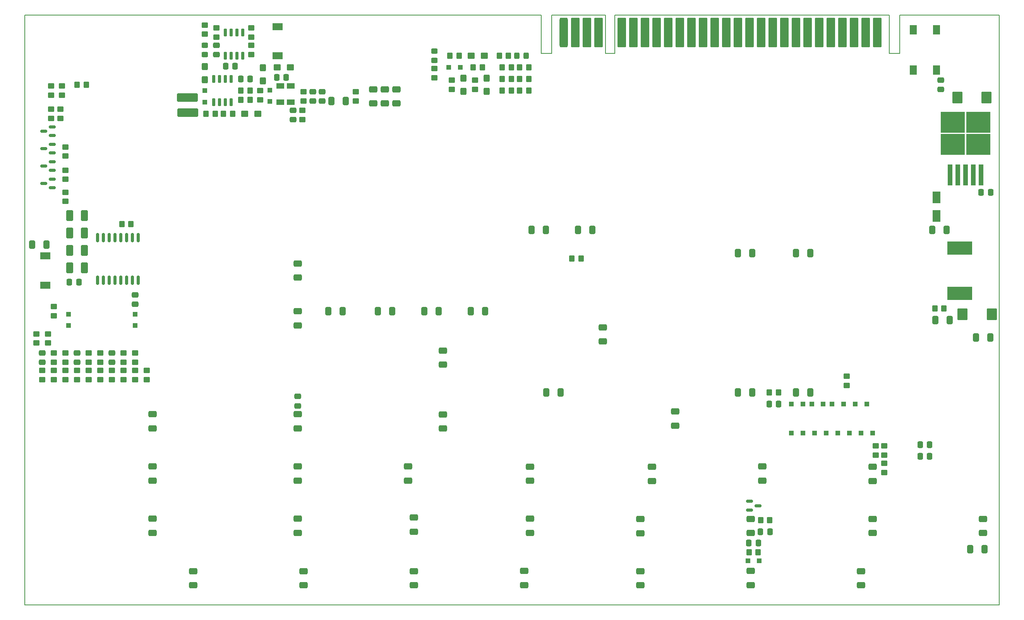
<source format=gbr>
%TF.GenerationSoftware,KiCad,Pcbnew,6.0.11-2627ca5db0~126~ubuntu22.04.1*%
%TF.CreationDate,2023-12-06T09:32:17+02:00*%
%TF.ProjectId,ZX-Spectrum-Pentagon,5a582d53-7065-4637-9472-756d2d50656e,pcb_v0.4*%
%TF.SameCoordinates,Original*%
%TF.FileFunction,Paste,Top*%
%TF.FilePolarity,Positive*%
%FSLAX46Y46*%
G04 Gerber Fmt 4.6, Leading zero omitted, Abs format (unit mm)*
G04 Created by KiCad (PCBNEW 6.0.11-2627ca5db0~126~ubuntu22.04.1) date 2023-12-06 09:32:17*
%MOMM*%
%LPD*%
G01*
G04 APERTURE LIST*
G04 Aperture macros list*
%AMRoundRect*
0 Rectangle with rounded corners*
0 $1 Rounding radius*
0 $2 $3 $4 $5 $6 $7 $8 $9 X,Y pos of 4 corners*
0 Add a 4 corners polygon primitive as box body*
4,1,4,$2,$3,$4,$5,$6,$7,$8,$9,$2,$3,0*
0 Add four circle primitives for the rounded corners*
1,1,$1+$1,$2,$3*
1,1,$1+$1,$4,$5*
1,1,$1+$1,$6,$7*
1,1,$1+$1,$8,$9*
0 Add four rect primitives between the rounded corners*
20,1,$1+$1,$2,$3,$4,$5,0*
20,1,$1+$1,$4,$5,$6,$7,0*
20,1,$1+$1,$6,$7,$8,$9,0*
20,1,$1+$1,$8,$9,$2,$3,0*%
G04 Aperture macros list end*
%TA.AperFunction,Profile*%
%ADD10C,0.200000*%
%TD*%
%ADD11R,1.000000X1.000000*%
%ADD12RoundRect,0.250000X0.350000X0.450000X-0.350000X0.450000X-0.350000X-0.450000X0.350000X-0.450000X0*%
%ADD13RoundRect,0.250000X-0.450000X0.350000X-0.450000X-0.350000X0.450000X-0.350000X0.450000X0.350000X0*%
%ADD14RoundRect,0.250000X0.650000X-0.412500X0.650000X0.412500X-0.650000X0.412500X-0.650000X-0.412500X0*%
%ADD15RoundRect,0.150000X0.587500X0.150000X-0.587500X0.150000X-0.587500X-0.150000X0.587500X-0.150000X0*%
%ADD16RoundRect,0.250000X0.450000X-0.350000X0.450000X0.350000X-0.450000X0.350000X-0.450000X-0.350000X0*%
%ADD17RoundRect,0.360000X-0.540000X-2.890000X0.540000X-2.890000X0.540000X2.890000X-0.540000X2.890000X0*%
%ADD18RoundRect,0.180000X-0.720000X-3.070000X0.720000X-3.070000X0.720000X3.070000X-0.720000X3.070000X0*%
%ADD19RoundRect,0.150000X0.150000X-0.875000X0.150000X0.875000X-0.150000X0.875000X-0.150000X-0.875000X0*%
%ADD20RoundRect,0.250001X0.499999X0.924999X-0.499999X0.924999X-0.499999X-0.924999X0.499999X-0.924999X0*%
%ADD21RoundRect,0.250000X-0.325000X-0.450000X0.325000X-0.450000X0.325000X0.450000X-0.325000X0.450000X0*%
%ADD22RoundRect,0.250000X0.475000X-0.337500X0.475000X0.337500X-0.475000X0.337500X-0.475000X-0.337500X0*%
%ADD23RoundRect,0.250000X0.450000X-0.325000X0.450000X0.325000X-0.450000X0.325000X-0.450000X-0.325000X0*%
%ADD24RoundRect,0.250000X-0.450000X0.325000X-0.450000X-0.325000X0.450000X-0.325000X0.450000X0.325000X0*%
%ADD25RoundRect,0.250000X-0.337500X-0.475000X0.337500X-0.475000X0.337500X0.475000X-0.337500X0.475000X0*%
%ADD26RoundRect,0.250000X0.425000X-0.537500X0.425000X0.537500X-0.425000X0.537500X-0.425000X-0.537500X0*%
%ADD27RoundRect,0.150000X-0.150000X0.725000X-0.150000X-0.725000X0.150000X-0.725000X0.150000X0.725000X0*%
%ADD28RoundRect,0.250000X-0.475000X0.337500X-0.475000X-0.337500X0.475000X-0.337500X0.475000X0.337500X0*%
%ADD29RoundRect,0.250000X-0.412500X-0.650000X0.412500X-0.650000X0.412500X0.650000X-0.412500X0.650000X0*%
%ADD30RoundRect,0.250000X-0.425000X0.537500X-0.425000X-0.537500X0.425000X-0.537500X0.425000X0.537500X0*%
%ADD31RoundRect,0.250000X-0.350000X-0.450000X0.350000X-0.450000X0.350000X0.450000X-0.350000X0.450000X0*%
%ADD32RoundRect,0.250000X-0.875000X-1.025000X0.875000X-1.025000X0.875000X1.025000X-0.875000X1.025000X0*%
%ADD33R,1.500000X2.000000*%
%ADD34RoundRect,0.250000X0.337500X0.475000X-0.337500X0.475000X-0.337500X-0.475000X0.337500X-0.475000X0*%
%ADD35R,2.200000X1.500000*%
%ADD36R,1.700000X1.300000*%
%ADD37R,5.250000X4.550000*%
%ADD38R,1.100000X4.600000*%
%ADD39R,5.400000X2.900000*%
%ADD40RoundRect,0.250000X-0.537500X-0.425000X0.537500X-0.425000X0.537500X0.425000X-0.537500X0.425000X0*%
%ADD41RoundRect,0.250000X0.412500X0.650000X-0.412500X0.650000X-0.412500X-0.650000X0.412500X-0.650000X0*%
%ADD42RoundRect,0.180000X-2.070000X-0.720000X2.070000X-0.720000X2.070000X0.720000X-2.070000X0.720000X0*%
%ADD43R,1.800000X2.500000*%
%ADD44RoundRect,0.250000X0.537500X0.425000X-0.537500X0.425000X-0.537500X-0.425000X0.537500X-0.425000X0*%
%ADD45RoundRect,0.250000X-0.650000X0.412500X-0.650000X-0.412500X0.650000X-0.412500X0.650000X0.412500X0*%
%ADD46RoundRect,0.150000X-0.587500X-0.150000X0.587500X-0.150000X0.587500X0.150000X-0.587500X0.150000X0*%
G04 APERTURE END LIST*
D10*
X20320000Y-149320000D02*
X20320000Y-20320000D01*
X233420000Y-149320000D02*
X20320000Y-149320000D01*
X211630000Y-20320000D02*
X233420000Y-20320000D01*
X20320000Y-20320000D02*
X133250000Y-20320000D01*
X233420000Y-20320000D02*
X233420000Y-149320000D01*
%TO.C,XMCPU1*%
X211630000Y-28720000D02*
X211630000Y-20320000D01*
X133250000Y-20320000D02*
X133250000Y-28720000D01*
X209330000Y-28720000D02*
X211630000Y-28720000D01*
X149310000Y-20320000D02*
X209330000Y-20320000D01*
X147310000Y-20320000D02*
X147310000Y-28720000D01*
X135550000Y-20320000D02*
X147310000Y-20320000D01*
X135550000Y-28720000D02*
X135550000Y-20320000D01*
X147310000Y-28720000D02*
X149310000Y-28720000D01*
X209330000Y-20320000D02*
X209330000Y-28720000D01*
X149310000Y-28720000D02*
X149310000Y-20320000D01*
X133250000Y-28720000D02*
X135550000Y-28720000D01*
%TD*%
D11*
%TO.C,DIO5*%
X198140000Y-111760000D03*
X200640000Y-111760000D03*
%TD*%
D12*
%TO.C,RPS1*%
X69580000Y-36830000D03*
X67580000Y-36830000D03*
%TD*%
D13*
%TO.C,RIO3*%
X118745000Y-34560000D03*
X118745000Y-36560000D03*
%TD*%
D11*
%TO.C,DG1*%
X113050000Y-31750000D03*
X115550000Y-31750000D03*
%TD*%
D14*
%TO.C,CPF36*%
X80015000Y-122202500D03*
X80015000Y-119077500D03*
%TD*%
D11*
%TO.C,DIO6*%
X199370000Y-105410000D03*
X196870000Y-105410000D03*
%TD*%
D14*
%TO.C,CPF13*%
X229870000Y-133642500D03*
X229870000Y-130517500D03*
%TD*%
D15*
%TO.C,QVF3*%
X26337500Y-54290000D03*
X26337500Y-52390000D03*
X24462500Y-53340000D03*
%TD*%
D11*
%TO.C,DIO8*%
X187980000Y-111760000D03*
X190480000Y-111760000D03*
%TD*%
D16*
%TO.C,RVE27*%
X25400000Y-92059000D03*
X25400000Y-90059000D03*
%TD*%
D14*
%TO.C,CPF20*%
X99060000Y-39662500D03*
X99060000Y-36537500D03*
%TD*%
D17*
%TO.C,XMCPU1*%
X138150000Y-24130000D03*
D18*
X140690000Y-24130000D03*
X143230000Y-24130000D03*
X145770000Y-24130000D03*
X150850000Y-24130000D03*
X153390000Y-24130000D03*
X155930000Y-24130000D03*
X158470000Y-24130000D03*
X161010000Y-24130000D03*
X163550000Y-24130000D03*
X166090000Y-24130000D03*
X168630000Y-24130000D03*
X171170000Y-24130000D03*
X173710000Y-24130000D03*
X176250000Y-24130000D03*
X178790000Y-24130000D03*
X181330000Y-24130000D03*
X183870000Y-24130000D03*
X186410000Y-24130000D03*
X188950000Y-24130000D03*
X191490000Y-24130000D03*
X194030000Y-24130000D03*
X196570000Y-24130000D03*
X199110000Y-24130000D03*
X201650000Y-24130000D03*
X204190000Y-24130000D03*
X206730000Y-24130000D03*
%TD*%
D19*
%TO.C,U49*%
X36195000Y-78310000D03*
X37465000Y-78310000D03*
X38735000Y-78310000D03*
X40005000Y-78310000D03*
X41275000Y-78310000D03*
X42545000Y-78310000D03*
X43815000Y-78310000D03*
X45085000Y-78310000D03*
X45085000Y-69010000D03*
X43815000Y-69010000D03*
X42545000Y-69010000D03*
X41275000Y-69010000D03*
X40005000Y-69010000D03*
X38735000Y-69010000D03*
X37465000Y-69010000D03*
X36195000Y-69010000D03*
%TD*%
D20*
%TO.C,CVE5*%
X33375000Y-64135000D03*
X30125000Y-64135000D03*
%TD*%
D21*
%TO.C,DPI2*%
X127880000Y-29210000D03*
X129930000Y-29210000D03*
%TD*%
D15*
%TO.C,QVF2*%
X26337500Y-58100000D03*
X26337500Y-56200000D03*
X24462500Y-57150000D03*
%TD*%
D22*
%TO.C,CVE6*%
X31750000Y-96287500D03*
X31750000Y-94212500D03*
%TD*%
D23*
%TO.C,DPI1*%
X109855000Y-30235000D03*
X109855000Y-28185000D03*
%TD*%
D16*
%TO.C,RVE12*%
X29210000Y-96250000D03*
X29210000Y-94250000D03*
%TD*%
D24*
%TO.C,DPI3*%
X59690000Y-26915000D03*
X59690000Y-28965000D03*
%TD*%
D16*
%TO.C,RIO10*%
X69850000Y-25130000D03*
X69850000Y-23130000D03*
%TD*%
D13*
%TO.C,RVE23*%
X29210000Y-59055000D03*
X29210000Y-61055000D03*
%TD*%
D25*
%TO.C,CIO9*%
X64240500Y-31496000D03*
X66315500Y-31496000D03*
%TD*%
%TO.C,CG1*%
X216132500Y-114300000D03*
X218207500Y-114300000D03*
%TD*%
D11*
%TO.C,DG2*%
X178455000Y-139700000D03*
X180955000Y-139700000D03*
%TD*%
D26*
%TO.C,CIO10*%
X121285000Y-36997500D03*
X121285000Y-34122500D03*
%TD*%
%TO.C,CIO6*%
X116205000Y-36997500D03*
X116205000Y-34122500D03*
%TD*%
D16*
%TO.C,RIO2*%
X69850000Y-28940000D03*
X69850000Y-26940000D03*
%TD*%
%TO.C,RVE18*%
X39370000Y-100060000D03*
X39370000Y-98060000D03*
%TD*%
D27*
%TO.C,UPS2*%
X65405000Y-34255000D03*
X64135000Y-34255000D03*
X62865000Y-34255000D03*
X61595000Y-34255000D03*
X61595000Y-39405000D03*
X62865000Y-39405000D03*
X64135000Y-39405000D03*
X65405000Y-39405000D03*
%TD*%
D28*
%TO.C,CM1*%
X80010000Y-103737500D03*
X80010000Y-105812500D03*
%TD*%
D29*
%TO.C,CPF46*%
X97497500Y-85090000D03*
X100622500Y-85090000D03*
%TD*%
D20*
%TO.C,CVE4*%
X33375000Y-67945000D03*
X30125000Y-67945000D03*
%TD*%
%TO.C,CVE2*%
X33375000Y-75565000D03*
X30125000Y-75565000D03*
%TD*%
D29*
%TO.C,CPF27*%
X218782500Y-67310000D03*
X221907500Y-67310000D03*
%TD*%
D20*
%TO.C,CVE7*%
X33375000Y-71755000D03*
X30125000Y-71755000D03*
%TD*%
D29*
%TO.C,CPF50*%
X21932500Y-70485000D03*
X25057500Y-70485000D03*
%TD*%
D13*
%TO.C,RVE3*%
X46990000Y-98060000D03*
X46990000Y-100060000D03*
%TD*%
D30*
%TO.C,CIO8*%
X72390000Y-31852500D03*
X72390000Y-34727500D03*
%TD*%
D31*
%TO.C,RIO8*%
X128540000Y-36830000D03*
X130540000Y-36830000D03*
%TD*%
D29*
%TO.C,CPF29*%
X134327500Y-102870000D03*
X137452500Y-102870000D03*
%TD*%
D13*
%TO.C,RPI1*%
X109855000Y-32020000D03*
X109855000Y-34020000D03*
%TD*%
D28*
%TO.C,CIO7*%
X62230000Y-26902500D03*
X62230000Y-28977500D03*
%TD*%
D14*
%TO.C,CPF11*%
X203200000Y-145072500D03*
X203200000Y-141947500D03*
%TD*%
D22*
%TO.C,CIO5*%
X78994000Y-43201500D03*
X78994000Y-41126500D03*
%TD*%
D16*
%TO.C,RVE13*%
X36830000Y-96250000D03*
X36830000Y-94250000D03*
%TD*%
D32*
%TO.C,CPS4*%
X225400000Y-85725000D03*
X231800000Y-85725000D03*
%TD*%
D33*
%TO.C,DPS2*%
X214620000Y-32310000D03*
X219720000Y-32310000D03*
X219720000Y-23570000D03*
X214620000Y-23570000D03*
%TD*%
D14*
%TO.C,CPF18*%
X80010000Y-77762500D03*
X80010000Y-74637500D03*
%TD*%
D22*
%TO.C,CVE8*%
X24130000Y-96287500D03*
X24130000Y-94212500D03*
%TD*%
D12*
%TO.C,RG8*%
X180705000Y-137795000D03*
X178705000Y-137795000D03*
%TD*%
D22*
%TO.C,CVE3*%
X39370000Y-96287500D03*
X39370000Y-94212500D03*
%TD*%
D32*
%TO.C,CPS2*%
X224232000Y-38354000D03*
X230632000Y-38354000D03*
%TD*%
D26*
%TO.C,CPS1*%
X59690000Y-34457500D03*
X59690000Y-31582500D03*
%TD*%
D34*
%TO.C,CG2*%
X218207500Y-116840000D03*
X216132500Y-116840000D03*
%TD*%
D16*
%TO.C,RVE20*%
X26670000Y-96250000D03*
X26670000Y-94250000D03*
%TD*%
D29*
%TO.C,CPF45*%
X131152500Y-67315000D03*
X134277500Y-67315000D03*
%TD*%
D31*
%TO.C,RPS4*%
X67580000Y-38862000D03*
X69580000Y-38862000D03*
%TD*%
D25*
%TO.C,CPS5*%
X229467500Y-59055000D03*
X231542500Y-59055000D03*
%TD*%
D29*
%TO.C,CPF24*%
X176237500Y-102870000D03*
X179362500Y-102870000D03*
%TD*%
D11*
%TO.C,DVE1*%
X44450000Y-85745000D03*
X44450000Y-88245000D03*
%TD*%
%TO.C,DIO9*%
X194925000Y-105410000D03*
X192425000Y-105410000D03*
%TD*%
D14*
%TO.C,CPF21*%
X96520000Y-39662500D03*
X96520000Y-36537500D03*
%TD*%
D25*
%TO.C,CPS7*%
X67542500Y-34290000D03*
X69617500Y-34290000D03*
%TD*%
D13*
%TO.C,RIO5*%
X62230000Y-23130000D03*
X62230000Y-25130000D03*
%TD*%
D31*
%TO.C,RIO14*%
X128540000Y-31750000D03*
X130540000Y-31750000D03*
%TD*%
D13*
%TO.C,RG1*%
X206375000Y-114570000D03*
X206375000Y-116570000D03*
%TD*%
D14*
%TO.C,CPF2*%
X181605000Y-122202500D03*
X181605000Y-119077500D03*
%TD*%
D16*
%TO.C,RVE28*%
X22860000Y-92059000D03*
X22860000Y-90059000D03*
%TD*%
D14*
%TO.C,CPF14*%
X104140000Y-122202500D03*
X104140000Y-119077500D03*
%TD*%
D16*
%TO.C,RVE9*%
X28448000Y-37830000D03*
X28448000Y-35830000D03*
%TD*%
D11*
%TO.C,DIO10*%
X190480000Y-105410000D03*
X187980000Y-105410000D03*
%TD*%
D14*
%TO.C,CPF37*%
X48260000Y-122202500D03*
X48260000Y-119077500D03*
%TD*%
%TO.C,CPF6*%
X157465000Y-122222500D03*
X157465000Y-119097500D03*
%TD*%
D29*
%TO.C,CPF3*%
X227037500Y-137160000D03*
X230162500Y-137160000D03*
%TD*%
D31*
%TO.C,RG4*%
X113300000Y-29210000D03*
X115300000Y-29210000D03*
%TD*%
D14*
%TO.C,CPF23*%
X80010000Y-88215000D03*
X80010000Y-85090000D03*
%TD*%
D29*
%TO.C,CPF48*%
X86702500Y-85090000D03*
X89827500Y-85090000D03*
%TD*%
D35*
%TO.C,LVE1*%
X24765000Y-73000000D03*
X24765000Y-79400000D03*
%TD*%
D16*
%TO.C,RVE17*%
X31750000Y-100060000D03*
X31750000Y-98060000D03*
%TD*%
%TO.C,RVF1*%
X92710000Y-39100000D03*
X92710000Y-37100000D03*
%TD*%
D25*
%TO.C,CG5*%
X178667500Y-135763000D03*
X180742500Y-135763000D03*
%TD*%
D12*
%TO.C,RG5*%
X120380000Y-31750000D03*
X118380000Y-31750000D03*
%TD*%
D13*
%TO.C,RCPU3*%
X200025000Y-99330000D03*
X200025000Y-101330000D03*
%TD*%
D29*
%TO.C,CPF42*%
X107657500Y-85090000D03*
X110782500Y-85090000D03*
%TD*%
D13*
%TO.C,RIO6*%
X81026000Y-41164000D03*
X81026000Y-43164000D03*
%TD*%
D14*
%TO.C,CPF35*%
X80015000Y-110772500D03*
X80015000Y-107647500D03*
%TD*%
%TO.C,CPF17*%
X111745000Y-96812500D03*
X111745000Y-93687500D03*
%TD*%
D13*
%TO.C,RVE2*%
X26035000Y-40910000D03*
X26035000Y-42910000D03*
%TD*%
D14*
%TO.C,CPF34*%
X81275000Y-145072500D03*
X81275000Y-141947500D03*
%TD*%
%TO.C,CPF39*%
X57150000Y-145072500D03*
X57150000Y-141947500D03*
%TD*%
D11*
%TO.C,DIO11*%
X204450000Y-105410000D03*
X201950000Y-105410000D03*
%TD*%
D31*
%TO.C,RCPU2*%
X139970000Y-73533000D03*
X141970000Y-73533000D03*
%TD*%
D11*
%TO.C,DPS1*%
X59690000Y-36850000D03*
X59690000Y-39350000D03*
%TD*%
D16*
%TO.C,RVE22*%
X41910000Y-96250000D03*
X41910000Y-94250000D03*
%TD*%
D27*
%TO.C,U22*%
X67945000Y-24095000D03*
X66675000Y-24095000D03*
X65405000Y-24095000D03*
X64135000Y-24095000D03*
X64135000Y-29245000D03*
X65405000Y-29245000D03*
X66675000Y-29245000D03*
X67945000Y-29245000D03*
%TD*%
D11*
%TO.C,DVE2*%
X29845000Y-85745000D03*
X29845000Y-88245000D03*
%TD*%
D13*
%TO.C,RVE24*%
X29210000Y-49165000D03*
X29210000Y-51165000D03*
%TD*%
%TO.C,RIO1*%
X81280000Y-37100000D03*
X81280000Y-39100000D03*
%TD*%
D15*
%TO.C,QVF1*%
X26337500Y-46670000D03*
X26337500Y-44770000D03*
X24462500Y-45720000D03*
%TD*%
D29*
%TO.C,CPF22*%
X228307500Y-90805000D03*
X231432500Y-90805000D03*
%TD*%
D14*
%TO.C,CPF40*%
X80015000Y-133632500D03*
X80015000Y-130507500D03*
%TD*%
D16*
%TO.C,RVE15*%
X26035000Y-37830000D03*
X26035000Y-35830000D03*
%TD*%
D15*
%TO.C,QVF4*%
X26337500Y-50480000D03*
X26337500Y-48580000D03*
X24462500Y-49530000D03*
%TD*%
D12*
%TO.C,RPI2*%
X126095000Y-29210000D03*
X124095000Y-29210000D03*
%TD*%
D13*
%TO.C,RVE19*%
X29210000Y-54245000D03*
X29210000Y-56245000D03*
%TD*%
D12*
%TO.C,RIO13*%
X126730000Y-34290000D03*
X124730000Y-34290000D03*
%TD*%
D14*
%TO.C,CPF1*%
X205740000Y-122222500D03*
X205740000Y-119097500D03*
%TD*%
D36*
%TO.C,DIO1*%
X76200000Y-35842000D03*
X76200000Y-39342000D03*
%TD*%
D37*
%TO.C,UPS1*%
X228835000Y-48580000D03*
X223285000Y-48580000D03*
X223285000Y-43730000D03*
X228835000Y-43730000D03*
D38*
X222660000Y-55305000D03*
X224360000Y-55305000D03*
X226060000Y-55305000D03*
X227760000Y-55305000D03*
X229460000Y-55305000D03*
%TD*%
D13*
%TO.C,RIO4*%
X113665000Y-34560000D03*
X113665000Y-36560000D03*
%TD*%
%TO.C,RVE10*%
X44450000Y-98060000D03*
X44450000Y-100060000D03*
%TD*%
D14*
%TO.C,CPF5*%
X130825000Y-133632500D03*
X130825000Y-130507500D03*
%TD*%
D13*
%TO.C,RG3*%
X208280000Y-118380000D03*
X208280000Y-120380000D03*
%TD*%
D39*
%TO.C,LPS1*%
X224790000Y-71250000D03*
X224790000Y-81150000D03*
%TD*%
D16*
%TO.C,RVE14*%
X44450000Y-96250000D03*
X44450000Y-94250000D03*
%TD*%
D29*
%TO.C,CPF44*%
X87337500Y-39116000D03*
X90462500Y-39116000D03*
%TD*%
D14*
%TO.C,CPF38*%
X48260000Y-110772500D03*
X48260000Y-107647500D03*
%TD*%
D16*
%TO.C,RIO7*%
X71755000Y-38862000D03*
X71755000Y-36862000D03*
%TD*%
D14*
%TO.C,CPF15*%
X154945000Y-133652500D03*
X154945000Y-130527500D03*
%TD*%
D40*
%TO.C,CPS6*%
X68412500Y-41910000D03*
X71287500Y-41910000D03*
%TD*%
D14*
%TO.C,CPF32*%
X105410000Y-145072500D03*
X105410000Y-141947500D03*
%TD*%
%TO.C,CPF41*%
X48265000Y-133632500D03*
X48265000Y-130507500D03*
%TD*%
%TO.C,CPF31*%
X162560000Y-110150000D03*
X162560000Y-107025000D03*
%TD*%
%TO.C,CPF12*%
X154940000Y-145072500D03*
X154940000Y-141947500D03*
%TD*%
D13*
%TO.C,RVE4*%
X29210000Y-98060000D03*
X29210000Y-100060000D03*
%TD*%
D41*
%TO.C,CPF49*%
X222542500Y-86995000D03*
X219417500Y-86995000D03*
%TD*%
D29*
%TO.C,CPF25*%
X188937500Y-102870000D03*
X192062500Y-102870000D03*
%TD*%
D31*
%TO.C,RIO12*%
X124730000Y-36830000D03*
X126730000Y-36830000D03*
%TD*%
D14*
%TO.C,CPF10*%
X130825000Y-122212500D03*
X130825000Y-119087500D03*
%TD*%
D34*
%TO.C,CVE1*%
X32152500Y-78740000D03*
X30077500Y-78740000D03*
%TD*%
%TO.C,CG6*%
X185187500Y-105410000D03*
X183112500Y-105410000D03*
%TD*%
D13*
%TO.C,RVE11*%
X41910000Y-98060000D03*
X41910000Y-100060000D03*
%TD*%
%TO.C,RVE26*%
X26670000Y-84090000D03*
X26670000Y-86090000D03*
%TD*%
D22*
%TO.C,CIO3*%
X85344000Y-39137500D03*
X85344000Y-37062500D03*
%TD*%
D31*
%TO.C,RVE6*%
X31750000Y-35560000D03*
X33750000Y-35560000D03*
%TD*%
%TO.C,RIO9*%
X128540000Y-34290000D03*
X130540000Y-34290000D03*
%TD*%
D29*
%TO.C,CPF43*%
X141312500Y-67310000D03*
X144437500Y-67310000D03*
%TD*%
D42*
%TO.C,LPS2*%
X55880000Y-38355000D03*
X55980000Y-41655000D03*
%TD*%
D22*
%TO.C,CPS3*%
X220599000Y-36597500D03*
X220599000Y-34522500D03*
%TD*%
%TO.C,CIO4*%
X83312000Y-39137500D03*
X83312000Y-37062500D03*
%TD*%
D14*
%TO.C,CPF7*%
X179065000Y-145062500D03*
X179065000Y-141937500D03*
%TD*%
D12*
%TO.C,RG7*%
X185150000Y-102870000D03*
X183150000Y-102870000D03*
%TD*%
D40*
%TO.C,CIO1*%
X75524500Y-31750000D03*
X78399500Y-31750000D03*
%TD*%
D13*
%TO.C,RVE1*%
X28067000Y-40910000D03*
X28067000Y-42910000D03*
%TD*%
D35*
%TO.C,LIO1*%
X75565000Y-22835000D03*
X75565000Y-29235000D03*
%TD*%
D31*
%TO.C,RPS3*%
X63770000Y-41910000D03*
X65770000Y-41910000D03*
%TD*%
D43*
%TO.C,DPS3*%
X219710000Y-64230000D03*
X219710000Y-60230000D03*
%TD*%
D11*
%TO.C,DIO4*%
X203220000Y-111760000D03*
X205720000Y-111760000D03*
%TD*%
D14*
%TO.C,CPF4*%
X205740000Y-133642500D03*
X205740000Y-130517500D03*
%TD*%
D12*
%TO.C,RVE25*%
X43545000Y-66040000D03*
X41545000Y-66040000D03*
%TD*%
D36*
%TO.C,DIO3*%
X78486000Y-35842000D03*
X78486000Y-39342000D03*
%TD*%
D29*
%TO.C,CPF26*%
X188927500Y-72385000D03*
X192052500Y-72385000D03*
%TD*%
D14*
%TO.C,CPF8*%
X129540000Y-145062500D03*
X129540000Y-141937500D03*
%TD*%
D16*
%TO.C,RVE16*%
X24130000Y-100060000D03*
X24130000Y-98060000D03*
%TD*%
D29*
%TO.C,CPF28*%
X176237500Y-72395000D03*
X179362500Y-72395000D03*
%TD*%
D16*
%TO.C,RPI3*%
X59690000Y-24495000D03*
X59690000Y-22495000D03*
%TD*%
D14*
%TO.C,CPF16*%
X111760000Y-110782500D03*
X111760000Y-107657500D03*
%TD*%
D11*
%TO.C,DIO2*%
X73914000Y-36708000D03*
X73914000Y-39208000D03*
%TD*%
D29*
%TO.C,CPF47*%
X117817500Y-85090000D03*
X120942500Y-85090000D03*
%TD*%
D31*
%TO.C,RCPU1*%
X219345000Y-84455000D03*
X221345000Y-84455000D03*
%TD*%
D14*
%TO.C,CPF9*%
X179070000Y-133642500D03*
X179070000Y-130517500D03*
%TD*%
D44*
%TO.C,CG3*%
X120817500Y-29210000D03*
X117942500Y-29210000D03*
%TD*%
D25*
%TO.C,CIO2*%
X75395000Y-33909000D03*
X77470000Y-33909000D03*
%TD*%
D13*
%TO.C,RVE8*%
X34290000Y-98060000D03*
X34290000Y-100060000D03*
%TD*%
D16*
%TO.C,RVE21*%
X34290000Y-96250000D03*
X34290000Y-94250000D03*
%TD*%
D34*
%TO.C,CG4*%
X183282500Y-133350000D03*
X181207500Y-133350000D03*
%TD*%
D14*
%TO.C,CPF19*%
X101600000Y-39662500D03*
X101600000Y-36537500D03*
%TD*%
D31*
%TO.C,RG6*%
X181245000Y-130810000D03*
X183245000Y-130810000D03*
%TD*%
D45*
%TO.C,CPF30*%
X146685000Y-88607500D03*
X146685000Y-91732500D03*
%TD*%
D46*
%TO.C,QG1*%
X178767500Y-126685000D03*
X178767500Y-128585000D03*
X180642500Y-127635000D03*
%TD*%
D16*
%TO.C,RG2*%
X208280000Y-116570000D03*
X208280000Y-114570000D03*
%TD*%
D31*
%TO.C,RPS2*%
X59960000Y-41910000D03*
X61960000Y-41910000D03*
%TD*%
D11*
%TO.C,DIO7*%
X193060000Y-111760000D03*
X195560000Y-111760000D03*
%TD*%
D14*
%TO.C,CPF33*%
X105410000Y-133350000D03*
X105410000Y-130225000D03*
%TD*%
D13*
%TO.C,RVE7*%
X36830000Y-98060000D03*
X36830000Y-100060000D03*
%TD*%
D12*
%TO.C,RIO11*%
X126730000Y-31750000D03*
X124730000Y-31750000D03*
%TD*%
D22*
%TO.C,CVE9*%
X44450000Y-83587500D03*
X44450000Y-81512500D03*
%TD*%
D13*
%TO.C,RVE5*%
X26670000Y-98060000D03*
X26670000Y-100060000D03*
%TD*%
M02*

</source>
